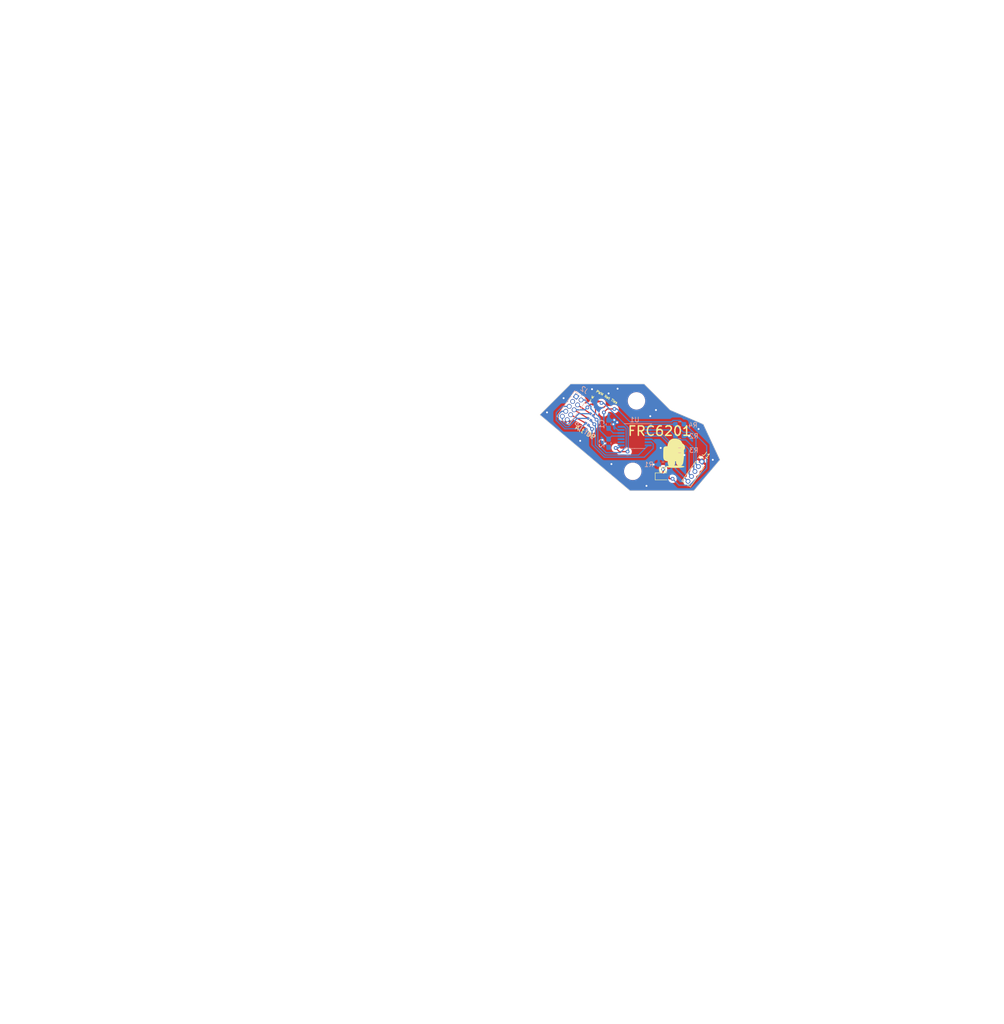
<source format=kicad_pcb>
(kicad_pcb (version 20221018) (generator pcbnew)
  (layers (0 "F.Cu" signal) (31 "B.Cu" signal) (34 "B.Paste" user) (35 "F.Paste" user) (36 "B.SilkS" user "B.Silkscreen") (37 "F.SilkS" user "F.Silkscreen") (38 "B.Mask" user) (39 "F.Mask" user) (44 "Edge.Cuts" user))
  (net 0 "")
  (net 1 "GND")
  (net 2 "/CS")
  (net 3 "/5v")
  (net 4 "Net-(D1-K)")
  (net 5 "/CLK")
  (net 6 "/MOSI")
  (net 7 "Net-(J1-Pin_4)")
  (net 8 "/w_pwm")
  (net 9 "/3v3")
  (net 11 "/i_alt")
  (net 12 "/b_def")
  (net 13 "/a_alt")
  (net 14 "/a_def")
  (net 15 "/b_alt")
  (net 18 "/i_def")
  (net 19 "/i_norm")
  (net 20 "/a_norm")
  (net 21 "/b_norm")
  (footprint "LED_SMD:LED_0603_1608Metric_Pad1.05x0.95mm_HandSolder" (layer "F.Cu") (at 6 8.5)
    (fp_text reference "D1")
    (fp_text value "LED")
  )
  (footprint "Library:Jumper" (layer "F.Cu") (at -9.5 -3.5 145)
    (fp_text reference "NT2" hide)
    (fp_text value "NetTie_2")
  )
  (footprint "Library:Jumper" (layer "F.Cu") (at -9 -4.5 145)
    (fp_text reference "NT1" hide)
    (fp_text value "NetTie_2")
  )
  (footprint "Connector_PinHeader_1.27mm:PinHeader_1x05_P1.27mm_Vertical" (layer "F.Cu") (at 14.185326 5.379031 -35)
    (fp_text reference "J1")
    (fp_text value "Conn_01x05")
  )
  (footprint "Library:Jumper" (layer "F.Cu") (at -8 -7.5 145)
    (fp_text reference "NT7" hide)
    (fp_text value "NetTie_2")
  )
  (footprint "MountingHole:MountingHole_3.2mm_M3" (layer "F.Cu") (at -0.389496 7.432001)
    (fp_text reference "REF**" hide)
    (fp_text value "MountingHole_3.2mm_M3")
  )
  (footprint "Library:Jumper" (layer "F.Cu") (at -10 -2.5 145)
    (fp_text reference "NT3" hide)
    (fp_text value "NetTie_2")
  )
  (footprint "Library:Jumper" (layer "F.Cu") (at -8.5 -6.5 145)
    (fp_text reference "NT8" hide)
    (fp_text value "NetTie_2")
  )
  (footprint "MountingHole:MountingHole_3.2mm_M3" (layer "F.Cu") (at 0.389496 -7.432001)
    (fp_text reference "REF**" hide)
    (fp_text value "MountingHole_3.2mm_M3")
  )
  (footprint "Capacitor_SMD:C_0603_1608Metric_Pad1.08x0.95mm_HandSolder" (layer "B.Cu") (at -5.5 -2.5 -90)
    (fp_text reference "C1")
    (fp_text value "1u")
  )
  (footprint "Resistor_SMD:R_0603_1608Metric_Pad0.98x0.95mm_HandSolder" (layer "B.Cu") (at 9.5 3 180)
    (fp_text reference "R3")
    (fp_text value "1k")
  )
  (footprint "Connector_PinSocket_1.27mm:PinSocket_2x05_P1.27mm_Vertical" (layer "B.Cu") (at -12.354997 -8.349411 145)
    (fp_text reference "J2")
    (fp_text value "Conn_02x05_Odd_Even")
  )
  (footprint "Package_SO:TSSOP-14_4.4x5mm_P0.65mm" (layer "B.Cu") (at 0 0 180)
    (fp_text reference "U1")
    (fp_text value "AS5047D")
  )
  (footprint "Resistor_SMD:R_0603_1608Metric_Pad0.98x0.95mm_HandSolder" (layer "B.Cu") (at 6 6 180)
    (fp_text reference "R1")
    (fp_text value "1k")
  )
  (footprint "Library:Jumper" (layer "B.Cu") (at -9 -4.5 145)
    (fp_text reference "NT4" hide)
    (fp_text value "NetTie_2")
  )
  (footprint "Library:Jumper" (layer "B.Cu") (at -10 -2.5 145)
    (fp_text reference "NT6" hide)
    (fp_text value "NetTie_2")
  )
  (footprint "Library:Jumper" (layer "B.Cu") (at -9.5 -3.5 145)
    (fp_text reference "NT5" hide)
    (fp_text value "NetTie_2")
  )
  (footprint "Capacitor_SMD:C_0603_1608Metric_Pad1.08x0.95mm_HandSolder" (layer "B.Cu") (at -5.5 1.5 -90)
    (fp_text reference "C2")
    (fp_text value "100n")
  )
  (footprint "Resistor_SMD:R_0603_1608Metric_Pad0.98x0.95mm_HandSolder" (layer "B.Cu") (at 9.5 0 180)
    (fp_text reference "R2")
    (fp_text value "1k")
  )
  (footprint "Resistor_SMD:R_0603_1608Metric_Pad0.98x0.95mm_HandSolder" (layer "B.Cu") (at 9.5 -2.5 180)
    (fp_text reference "R4")
    (fp_text value "1k")
  )
  (gr_line (start -8.3 -7.7) (end -7.7 -7.3) (stroke (width 0.2)) (layer "F.Cu"))
  (gr_poly (pts (xy 7.475745 1.665279) (xy 7.462186 1.885688) (xy 7.456611 2.106485) (xy 7.459013 2.327367) (xy 7.469383 2.548032) (xy 7.487714 2.768177) (xy 7.513998 2.987501) (xy 7.548227 3.205701) (xy 7.571719 3.328907) (xy 7.599242 3.451795) (xy 7.614845 3.512807) (xy 7.63185 3.573365) (xy 7.65039 3.633343) (xy 7.670597 3.692617) (xy 7.692602 3.751062) (xy 7.716537 3.808552) (xy 7.742534 3.864963) (xy 7.770725 3.920169) (xy 7.801241 3.974046) (xy 7.834215 4.026469) (xy 7.869777 4.077312) (xy 7.908061 4.126451) (xy 7.93981 4.163305) (xy 7.973119 4.198576) (xy 8.044118 4.264316) (xy 8.120456 4.323564) (xy 8.201531 4.376213) (xy 8.286741 4.422158) (xy 8.375486 4.461291) (xy 8.467162 4.493506) (xy 8.561168 4.518696) (xy 8.656903 4.536754) (xy 8.753765 4.547575) (xy 8.851152 4.551051) (xy 8.948462 4.547076) (xy 9.045094 4.535544) (xy 9.140447 4.516347) (xy 9.233917 4.489379) (xy 9.324904 4.454534) (xy 9.392123 4.422919) (xy 9.457033 4.387242) (xy 9.519529 4.347708) (xy 9.579504 4.304518) (xy 9.636851 4.257874) (xy 9.691463 4.20798) (xy 9.743235 4.155037) (xy 9.792059 4.099249) (xy 9.837829 4.040817) (xy 9.880439 3.979944) (xy 9.919781 3.916834) (xy 9.95575 3.851687) (xy 9.988237 3.784708) (xy 10.017138 3.716097) (xy 10.042346 3.646059) (xy 10.063753 3.574795) (xy 10.064308 3.807751) (xy 10.059506 4.040699) (xy 10.049324 4.273508) (xy 10.03374 4.506045) (xy 10.012729 4.738179) (xy 9.98627 4.969779) (xy 9.954338 5.200712) (xy 9.91691 5.430846) (xy 9.907246 5.484508) (xy 9.896777 5.537062) (xy 9.891085 5.56279) (xy 9.885005 5.588081) (xy 9.878476 5.612881) (xy 9.871435 5.637138) (xy 9.86382 5.660799) (xy 9.85557 5.683809) (xy 9.846622 5.706115) (xy 9.836915 5.727665) (xy 9.826386 5.748405) (xy 9.814973 5.768281) (xy 9.802615 5.787241) (xy 9.789249 5.805231) (xy 9.779046 5.81736) (xy 9.768055 5.82893) (xy 9.75631 5.839927) (xy 9.743846 5.850334) (xy 9.730695 5.860137) (xy 9.716893 5.86932) (xy 9.702472 5.877868) (xy 9.687467 5.885764) (xy 9.671912 5.892993) (xy 9.65584 5.899541) (xy 9.639285 5.905391) (xy 9.622282 5.910527) (xy 9.604865 5.914935) (xy 9.587066 5.918599) (xy 9.568921 5.921503) (xy 9.550462 5.923632) (xy 9.529752 5.925108) (xy 9.509079 5.925578) (xy 9.488497 5.92506) (xy 9.468059 5.92357) (xy 9.447819 5.921128) (xy 9.42783 5.917749) (xy 9.408146 5.913452) (xy 9.388818 5.908253) (xy 9.369902 5.902171) (xy 9.35145 5.895223) (xy 9.333515 5.887426) (xy 9.316151 5.878798) (xy 9.299411 5.869356) (xy 9.283348 5.859117) (xy 9.268016 5.848099) (xy 9.253467 5.83632) (xy 9.228839 5.812907) (xy 9.206322 5.787213) (xy 9.18595 5.759451) (xy 9.167757 5.729835) (xy 9.151777 5.69858) (xy 9.138044 5.6659) (xy 9.126592 5.632008) (xy 9.117455 5.59712) (xy 9.110667 5.561448) (xy 9.106261 5.525208) (xy 9.104271 5.488613) (xy 9.104732 5.451878) (xy 9.107678 5.415216) (xy 9.113141 5.378842) (xy 9.121157 5.34297) (xy 9.131759 5.307814) (xy 9.159509 5.302724) (xy 9.186568 5.295967) (xy 9.212925 5.287663) (xy 9.238565 5.277933) (xy 9.263477 5.266895) (xy 9.287649 5.254669) (xy 9.311068 5.241377) (xy 9.333721 5.227137) (xy 9.355596 5.21207) (xy 9.37668 5.196295) (xy 9.396961 5.179933) (xy 9.416427 5.163102) (xy 9.435065 5.145924) (xy 9.452863 5.128518) (xy 9.485887 5.093502) (xy 9.5154 5.059013) (xy 9.541301 5.02601) (xy 9.563491 4.995453) (xy 9.581871 4.9683) (xy 9.606798 4.928047) (xy 9.615285 4.912924) (xy 9.464302 4.923145) (xy 9.288855 4.931569) (xy 8.910335 4.943516) (xy 8.571255 4.949759) (xy 8.363144 4.951288) (xy 8.349915 4.951288) (xy 8.342078 4.951762) (xy 8.334321 4.952559) (xy 8.326653 4.953673) (xy 8.319081 4.955098) (xy 8.311612 4.956828) (xy 8.304254 4.958856) (xy 8.297013 4.961177) (xy 8.289898 4.963784) (xy 8.282916 4.96667) (xy 8.276073 4.969831) (xy 8.269379 4.97326) (xy 8.262839 4.976949) (xy 8.256461 4.980895) (xy 8.250254 4.985089) (xy 8.244223 4.989526) (xy 8.238377 4.9942) (xy 8.232722 4.999105) (xy 8.227267 5.004234) (xy 8.222018 5.009582) (xy 8.216984 5.015141) (xy 8.212171 5.020906) (xy 8.207586 5.026871) (xy 8.203238 5.03303) (xy 8.199133 5.039376) (xy 8.19528 5.045903) (xy 8.191684 5.052605) (xy 8.188355 5.059476) (xy 8.185298 5.06651) (xy 8.182522 5.0737) (xy 8.180034 5.081041) (xy 8.177842 5.088525) (xy 8.175951 5.096148) (xy 8.170484 5.122918) (xy 8.165944 5.149634) (xy 8.162269 5.176275) (xy 8.159394 5.202818) (xy 8.157256 5.229241) (xy 8.15579 5.255522) (xy 8.154932 5.281638) (xy 8.15462 5.307567) (xy 8.155371 5.358774) (xy 8.157534 5.408966) (xy 8.164045 5.505591) (xy 8.169936 5.586206) (xy 8.171975 5.625444) (xy 8.172975 5.663844) (xy 8.172611 5.701315) (xy 8.171815 5.719672) (xy 8.170556 5.737762) (xy 8.168794 5.755573) (xy 8.166487 5.773094) (xy 8.163595 5.790311) (xy 8.160076 5.807215) (xy 8.156492 5.821536) (xy 8.152323 5.835713) (xy 8.142292 5.86358) (xy 8.13011 5.890697) (xy 8.115903 5.916945) (xy 8.099798 5.942205) (xy 8.081918 5.966357) (xy 8.062392 5.989282) (xy 8.041345 6.010862) (xy 8.018902 6.030977) (xy 7.99519 6.049507) (xy 7.970335 6.066334) (xy 7.944462 6.081338) (xy 7.917698 6.094401) (xy 7.890168 6.105403) (xy 7.861999 6.114225) (xy 7.847714 6.117781) (xy 7.833316 6.120747) (xy 7.819499 6.123006) (xy 7.805593 6.124704) (xy 7.79162 6.12585) (xy 7.777599 6.126452) (xy 7.76355 6.126519) (xy 7.749496 6.126061) (xy 7.735454 6.125085) (xy 7.721447 6.1236) (xy 7.707494 6.121615) (xy 7.693615 6.119139) (xy 7.679832 6.11618) (xy 7.666163 6.112748) (xy 7.652631 6.10885) (xy 7.639254 6.104496) (xy 7.626054 6.099695) (xy 7.61305 6.094454) (xy 7.600264 6.088783) (xy 7.587715 6.082691) (xy 7.575423 6.076186) (xy 7.56341 6.069277) (xy 7.551695 6.061973) (xy 7.540299 6.054282) (xy 7.529242 6.046213) (xy 7.518545 6.037775) (xy 7.508227 6.028977) (xy 7.498309 6.019827) (xy 7.488812 6.010334) (xy 7.479756 6.000506) (xy 7.471161 5.990353) (xy 7.463048 5.979884) (xy 7.455437 5.969106) (xy 7.448347 5.958028) (xy 7.439068 5.941692) (xy 7.430546 5.924693) (xy 7.422731 5.907053) (xy 7.415574 5.888792) (xy 7.409026 5.869931) (xy 7.403036 5.850488) (xy 7.397556 5.830486) (xy 7.392537 5.809944) (xy 7.383681 5.767323) (xy 7.376073 5.722787) (xy 7.369317 5.676499) (xy 7.363019 5.628622) (xy 7.319177 5.244363) (xy 7.284388 4.858778) (xy 7.258653 4.472216) (xy 7.241972 4.085027) (xy 7.234345 3.697558) (xy 7.235771 3.310159) (xy 7.246251 2.923179) (xy 7.265785 2.536966) (xy 7.27538 2.396634) (xy 7.287727 2.255557) (xy 7.304213 2.114667) (xy 7.314442 2.044582) (xy 7.326226 1.974892) (xy 7.339738 1.905714) (xy 7.355153 1.837164) (xy 7.372643 1.769358) (xy 7.392382 1.702413) (xy 7.414543 1.636444) (xy 7.4393 1.571568) (xy 7.466826 1.507901) (xy 7.497295 1.44556)) (fill solid) (layer "F.SilkS"))
  (gr_poly (pts (xy 6.884454 2.718619) (xy 6.875524 2.918628) (xy 6.867927 3.168026) (xy 6.86398 3.417595) (xy 6.863676 3.667257) (xy 6.867008 3.916934) (xy 6.873968 4.166549) (xy 6.884547 4.416025) (xy 6.898739 4.665284) (xy 6.916535 4.914248) (xy 6.889638 4.914696) (xy 6.863054 4.914518) (xy 6.836832 4.913659) (xy 6.811022 4.912067) (xy 6.785673 4.909688) (xy 6.760835 4.906469) (xy 6.736557 4.902357) (xy 6.712888 4.897298) (xy 6.689879 4.891239) (xy 6.667577 4.884127) (xy 6.646033 4.875908) (xy 6.625297 4.86653) (xy 6.605417 4.855938) (xy 6.586443 4.84408) (xy 6.568424 4.830903) (xy 6.55141 4.816352) (xy 6.530438 4.794742) (xy 6.511598 4.770936) (xy 6.494774 4.74508) (xy 6.479848 4.717319) (xy 6.466706 4.687799) (xy 6.45523 4.656664) (xy 6.445304 4.62406) (xy 6.436812 4.590133) (xy 6.429638 4.555028) (xy 6.423666 4.518889) (xy 6.418778 4.481864) (xy 6.41486 4.444096) (xy 6.409465 4.366914) (xy 6.406551 4.288508) (xy 6.403247 4.120436) (xy 6.402075 3.951743) (xy 6.40498 3.61349) (xy 6.412969 3.275733) (xy 6.423748 2.940456) (xy 6.425123 2.909698) (xy 6.426312 2.878941) (xy 6.428379 2.817425) (xy 6.429509 2.787002) (xy 6.431221 2.754121) (xy 6.433971 2.720047) (xy 6.435879 2.702957) (xy 6.438218 2.686043) (xy 6.441045 2.669461) (xy 6.444418 2.653372) (xy 6.448393 2.637931) (xy 6.453028 2.623297) (xy 6.45838 2.609629) (xy 6.464507 2.597083) (xy 6.467878 2.591281) (xy 6.471465 2.585818) (xy 6.475273 2.580716) (xy 6.479311 2.575993) (xy 6.488064 2.567448) (xy 6.497956 2.559881) (xy 6.508995 2.553231) (xy 6.521189 2.547436) (xy 6.534547 2.542436) (xy 6.549074 2.538169) (xy 6.56478 2.534575) (xy 6.581672 2.531592) (xy 6.599757 2.52916) (xy 6.619044 2.527216) (xy 6.661253 2.524554) (xy 6.708361 2.523116) (xy 6.760431 2.522414) (xy 6.826907 2.521505) (xy 6.86089 2.520647) (xy 6.878067 2.519982) (xy 6.895368 2.519107)) (fill solid) (layer "F.SilkS"))
  (gr_poly (pts (xy 8.292383 0.899863) (xy 8.325357 0.901915) (xy 8.358514 0.90581) (xy 8.375832 0.908078) (xy 8.392818 0.90994) (xy 8.40948 0.911424) (xy 8.425827 0.912559) (xy 8.457612 0.913891) (xy 8.488242 0.914161) (xy 8.517787 0.913594) (xy 8.546316 0.912414) (xy 8.600607 0.909117) (xy 8.650744 0.906058) (xy 8.674289 0.905164) (xy 8.697098 0.904983) (xy 8.708291 0.905228) (xy 8.719379 0.905732) (xy 8.730388 0.906524) (xy 8.741343 0.907629) (xy 8.752271 0.909075) (xy 8.763198 0.91089) (xy 8.774151 0.9131) (xy 8.785154 0.915732) (xy 8.854763 0.933975) (xy 8.926169 0.953776) (xy 8.99863 0.975577) (xy 9.0714 0.99982) (xy 9.10767 1.012995) (xy 9.143737 1.026946) (xy 9.17951 1.041729) (xy 9.214896 1.057398) (xy 9.2498 1.074009) (xy 9.284132 1.091616) (xy 9.317796 1.110277) (xy 9.350701 1.130044) (xy 9.36217 1.137506) (xy 9.373745 1.145489) (xy 9.385407 1.153975) (xy 9.397138 1.162942) (xy 9.408919 1.17237) (xy 9.420732 1.182239) (xy 9.432558 1.192528) (xy 9.44438 1.203218) (xy 9.456179 1.214288) (xy 9.467935 1.225717) (xy 9.479632 1.237485) (xy 9.491251 1.249572) (xy 9.502772 1.261957) (xy 9.514178 1.274621) (xy 9.525451 1.287542) (xy 9.536571 1.300701) (xy 9.480405 1.288525) (xy 9.423809 1.278048) (xy 9.366836 1.269281) (xy 9.309536 1.262233) (xy 9.251961 1.256913) (xy 9.194162 1.253331) (xy 9.13619 1.251498) (xy 9.078098 1.251422) (xy 9.019936 1.253113) (xy 8.961755 1.256582) (xy 8.903607 1.261837) (xy 8.845544 1.268889) (xy 8.787616 1.277746) (xy 8.729875 1.28842) (xy 8.672372 1.300919) (xy 8.61516 1.315253) (xy 8.535711 1.33687) (xy 8.492558 1.349586) (xy 8.447759 1.363922) (xy 8.401793 1.380137) (xy 8.355141 1.398492) (xy 8.308281 1.419248) (xy 8.261693 1.442666) (xy 8.215857 1.469006) (xy 8.171253 1.49853) (xy 8.149562 1.514566) (xy 8.12836 1.531496) (xy 8.107705 1.549353) (xy 8.087657 1.568167) (xy 8.068277 1.587974) (xy 8.049625 1.608803) (xy 8.03176 1.63069) (xy 8.014743 1.653665) (xy 7.998633 1.677762) (xy 7.983491 1.703012) (xy 7.969375 1.72945) (xy 7.956347 1.757107) (xy 7.934675 1.809572) (xy 7.915549 1.862952) (xy 7.898973 1.917125) (xy 7.884951 1.971967) (xy 7.873487 2.027356) (xy 7.864586 2.083168) (xy 7.858249 2.139281) (xy 7.854483 2.195571) (xy 7.85329 2.251915) (xy 7.854674 2.308191) (xy 7.85864 2.364274) (xy 7.86519 2.420043) (xy 7.87433 2.475374) (xy 7.886062 2.530144) (xy 7.900391 2.584229) (xy 7.917321 2.637508) (xy 7.942864 2.704616) (xy 7.972495 2.769898) (xy 8.006038 2.833188) (xy 8.043319 2.894319) (xy 8.084161 2.953125) (xy 8.12839 3.009439) (xy 8.17583 3.063094) (xy 8.226305 3.113923) (xy 8.279641 3.161761) (xy 8.335662 3.20644) (xy 8.394192 3.247793) (xy 8.455056 3.285654) (xy 8.518079 3.319857) (xy 8.583086 3.350234) (xy 8.6499 3.37662) (xy 8.718347 3.398846) (xy 8.762907 3.41072) (xy 8.808295 3.421036) (xy 8.854537 3.429786) (xy 8.901654 3.436963) (xy 8.94967 3.442558) (xy 8.998609 3.446565) (xy 9.048494 3.448974) (xy 9.099347 3.449779) (xy 9.155226 3.44885) (xy 9.21226 3.446068) (xy 9.270488 3.441442) (xy 9.329948 3.434979) (xy 9.390679 3.426686) (xy 9.452721 3.416572) (xy 9.516111 3.404643) (xy 9.580889 3.390909) (xy 9.648714 3.37475) (xy 9.713842 3.357505) (xy 9.776365 3.339145) (xy 9.836377 3.319637) (xy 9.893971 3.298951) (xy 9.949239 3.277056) (xy 10.002274 3.25392) (xy 10.05317 3.229513) (xy 10.05687 3.315834) (xy 10.05995 3.402154) (xy 10.062286 3.488474) (xy 10.063753 3.574795) (xy 10.064308 3.807751) (xy 10.059506 4.040699) (xy 10.049324 4.273508) (xy 10.03374 4.506045) (xy 10.012729 4.738179) (xy 9.98627 4.969779) (xy 9.954338 5.200712) (xy 9.91691 5.430846) (xy 9.907246 5.484508) (xy 9.896777 5.537062) (xy 9.891085 5.56279) (xy 9.885005 5.588081) (xy 9.878476 5.612881) (xy 9.871435 5.637138) (xy 9.86382 5.660799) (xy 9.85557 5.683809) (xy 9.846622 5.706115) (xy 9.836915 5.727665) (xy 9.826386 5.748405) (xy 9.814973 5.768281) (xy 9.802615 5.787241) (xy 9.789249 5.805231) (xy 9.779046 5.81736) (xy 9.768055 5.82893) (xy 9.75631 5.839927) (xy 9.743846 5.850334) (xy 9.730695 5.860137) (xy 9.716893 5.86932) (xy 9.702472 5.877868) (xy 9.687467 5.885764) (xy 9.671912 5.892993) (xy 9.65584 5.899541) (xy 9.639285 5.90539) (xy 9.622282 5.910527) (xy 9.604865 5.914935) (xy 9.587066 5.918599) (xy 9.568921 5.921503) (xy 9.550462 5.923632) (xy 9.529752 5.925108) (xy 9.509079 5.925578) (xy 9.488497 5.92506) (xy 9.468059 5.92357) (xy 9.447819 5.921128) (xy 9.42783 5.917749) (xy 9.408146 5.913452) (xy 9.388818 5.908253) (xy 9.369902 5.902171) (xy 9.35145 5.895223) (xy 9.333515 5.887426) (xy 9.316151 5.878798) (xy 9.299411 5.869356) (xy 9.283348 5.859117) (xy 9.268016 5.848099) (xy 9.253467 5.83632) (xy 9.228839 5.812907) (xy 9.206322 5.787213) (xy 9.18595 5.759451) (xy 9.167757 5.729835) (xy 9.151777 5.69858) (xy 9.138044 5.6659) (xy 9.126592 5.632008) (xy 9.117455 5.59712) (xy 9.110667 5.561448) (xy 9.106261 5.525208) (xy 9.104271 5.488613) (xy 9.104732 5.451878) (xy 9.107678 5.415216) (xy 9.113141 5.378842) (xy 9.121157 5.34297) (xy 9.131759 5.307814) (xy 9.159509 5.302724) (xy 9.186568 5.295967) (xy 9.212925 5.287663) (xy 9.238565 5.277933) (xy 9.263477 5.266895) (xy 9.287649 5.254669) (xy 9.311068 5.241377) (xy 9.333721 5.227137) (xy 9.355596 5.21207) (xy 9.37668 5.196295) (xy 9.396961 5.179933) (xy 9.416427 5.163102) (xy 9.435065 5.145924) (xy 9.452863 5.128518) (xy 9.485887 5.093502) (xy 9.5154 5.059013) (xy 9.541301 5.02601) (xy 9.563491 4.995453) (xy 9.581871 4.9683) (xy 9.606798 4.928047) (xy 9.615285 4.912924) (xy 9.464302 4.923145) (xy 9.288855 4.931569) (xy 8.910335 4.943516) (xy 8.571255 4.949759) (xy 8.363144 4.951288) (xy 8.349915 4.951288) (xy 8.342078 4.951762) (xy 8.334321 4.952559) (xy 8.326653 4.953673) (xy 8.319081 4.955098) (xy 8.311612 4.956828) (xy 8.304254 4.958856) (xy 8.297013 4.961177) (xy 8.289898 4.963784) (xy 8.282916 4.96667) (xy 8.276073 4.969831) (xy 8.269379 4.97326) (xy 8.262839 4.976949) (xy 8.256461 4.980895) (xy 8.250254 4.985089) (xy 8.244223 4.989526) (xy 8.238377 4.9942) (xy 8.232722 4.999105) (xy 8.227267 5.004234) (xy 8.222018 5.009582) (xy 8.216984 5.015141) (xy 8.212171 5.020906) (xy 8.207586 5.026871) (xy 8.203238 5.03303) (xy 8.199133 5.039376) (xy 8.19528 5.045903) (xy 8.191684 5.052605) (xy 8.188355 5.059476) (xy 8.185298 5.06651) (xy 8.182522 5.0737) (xy 8.180034 5.081041) (xy 8.177842 5.088525) (xy 8.175951 5.096148) (xy 8.170484 5.122918) (xy 8.165944 5.149634) (xy 8.162269 5.176275) (xy 8.159394 5.202818) (xy 8.157256 5.229241) (xy 8.15579 5.255522) (xy 8.154932 5.281638) (xy 8.15462 5.307567) (xy 8.155371 5.358774) (xy 8.157534 5.408966) (xy 8.164045 5.505591) (xy 8.169936 5.586206) (xy 8.171975 5.625444) (xy 8.172975 5.663844) (xy 8.172611 5.701315) (xy 8.171815 5.719672) (xy 8.170556 5.737762) (xy 8.168794 5.755573) (xy 8.166487 5.773094) (xy 8.163595 5.790311) (xy 8.160076 5.807215) (xy 8.156492 5.821536) (xy 8.152323 5.835713) (xy 8.142292 5.86358) (xy 8.13011 5.890697) (xy 8.115903 5.916945) (xy 8.099798 5.942205) (xy 8.081918 5.966357) (xy 8.062392 5.989282) (xy 8.041345 6.010862) (xy 8.018902 6.030977) (xy 7.99519 6.049507) (xy 7.970335 6.066334) (xy 7.944462 6.081338) (xy 7.917698 6.094401) (xy 7.890168 6.105403) (xy 7.861999 6.114225) (xy 7.847714 6.117781) (xy 7.833316 6.120747) (xy 7.819499 6.123006) (xy 7.805593 6.124704) (xy 7.79162 6.12585) (xy 7.777599 6.126452) (xy 7.76355 6.126519) (xy 7.749496 6.126061) (xy 7.735454 6.125085) (xy 7.721447 6.1236) (xy 7.707494 6.121615) (xy 7.693615 6.119139) (xy 7.679832 6.11618) (xy 7.666163 6.112748) (xy 7.652631 6.10885) (xy 7.639254 6.104496) (xy 7.626054 6.099695) (xy 7.61305 6.094454) (xy 7.600264 6.088783) (xy 7.587715 6.082691) (xy 7.575423 6.076186) (xy 7.56341 6.069277) (xy 7.551695 6.061973) (xy 7.540299 6.054282) (xy 7.529242 6.046213) (xy 7.518545 6.037775) (xy 7.508227 6.028977) (xy 7.498309 6.019827) (xy 7.488812 6.010334) (xy 7.479756 6.000506) (xy 7.471161 5.990353) (xy 7.463048 5.979884) (xy 7.455437 5.969106) (xy 7.448347 5.958028) (xy 7.439068 5.941692) (xy 7.430546 5.924693) (xy 7.422731 5.907053) (xy 7.415574 5.888792) (xy 7.409026 5.869931) (xy 7.403036 5.850488) (xy 7.397556 5.830486) (xy 7.392537 5.809944) (xy 7.383681 5.767323) (xy 7.376073 5.722787) (xy 7.369317 5.676499) (xy 7.363019 5.628622) (xy 7.319177 5.244363) (xy 7.284388 4.858778) (xy 7.258653 4.472216) (xy 7.241972 4.085027) (xy 7.234345 3.697558) (xy 7.235771 3.310159) (xy 7.246251 2.923179) (xy 7.265785 2.536966) (xy 7.275381 2.396634) (xy 7.287737 2.255557) (xy 7.304248 2.114667) (xy 7.314497 2.044582) (xy 7.326308 1.974892) (xy 7.339856 1.905714) (xy 7.355314 1.837164) (xy 7.372858 1.769358) (xy 7.392661 1.702413) (xy 7.414898 1.636444) (xy 7.439743 1.571568) (xy 7.467371 1.507901) (xy 7.497956 1.44556) (xy 7.500715 1.439913) (xy 7.503527 1.434367) (xy 7.506386 1.428898) (xy 7.509284 1.423484) (xy 7.521108 1.401904) (xy 7.552124 1.350528) (xy 7.586987 1.299658) (xy 7.625482 1.249766) (xy 7.667393 1.201327) (xy 7.712506 1.154814) (xy 7.760605 1.110701) (xy 7.811475 1.069461) (xy 7.864901 1.03157) (xy 7.920667 0.9975) (xy 7.97856 0.967725) (xy 8.038364 0.942719) (xy 8.068915 0.932153) (xy 8.099863 0.922956) (xy 8.131181 0.915189) (xy 8.162843 0.90891) (xy 8.19482 0.904179) (xy 8.227088 0.901054) (xy 8.259618 0.899596)) (fill solid) (layer "F.SilkS"))
  (gr_poly (pts (xy 6.7 2.9) (xy 6.729222 2.901577) (xy 6.758529 2.9039) (xy 6.787867 2.906902) (xy 6.817182 2.910514) (xy 6.875525 2.91929) (xy 6.867928 3.168469) (xy 6.86399 3.417874) (xy 6.863711 3.667418) (xy 6.867091 3.917017) (xy 6.874129 4.166584) (xy 6.884826 4.416035) (xy 6.899182 4.665285) (xy 6.917196 4.914248) (xy 6.890299 4.914696) (xy 6.863715 4.914518) (xy 6.837493 4.913659) (xy 6.811683 4.912067) (xy 6.786335 4.909688) (xy 6.761497 4.906469) (xy 6.737219 4.902357) (xy 6.71355 4.897298) (xy 6.69054 4.891239) (xy 6.668239 4.884127) (xy 6.646695 4.875908) (xy 6.625958 4.86653) (xy 6.606078 4.855938) (xy 6.587104 4.84408) (xy 6.569085 4.830903) (xy 6.552071 4.816352) (xy 6.541254 4.80583) (xy 6.530991 4.794742) (xy 6.521268 4.783104) (xy 6.51207 4.770936) (xy 6.503382 4.758255) (xy 6.49519 4.74508) (xy 6.480231 4.717319) (xy 6.467074 4.687799) (xy 6.455601 4.656664) (xy 6.445691 4.62406) (xy 6.437226 4.590133) (xy 6.430086 4.555028) (xy 6.424153 4.518889) (xy 6.419307 4.481864) (xy 6.415429 4.444096) (xy 6.412399 4.405731) (xy 6.410099 4.366914) (xy 6.407212 4.288508) (xy 6.403909 4.120436) (xy 6.402737 3.951743) (xy 6.405641 3.61349) (xy 6.41363 3.275733) (xy 6.42441 2.940456) (xy 6.449795 2.930779) (xy 6.475807 2.922536) (xy 6.502394 2.91566) (xy 6.529499 2.910081) (xy 6.55707 2.905731) (xy 6.585051 2.90254) (xy 6.613389 2.900441) (xy 6.64203 2.899363) (xy 6.670918 2.899239)) (fill solid) (layer "F.SilkS"))
  (gr_poly (pts (xy 9.453972 1.812422) (xy 9.49241 1.814533) (xy 9.530717 1.818324) (xy 9.568818 1.823792) (xy 9.606634 1.830932) (xy 9.64409 1.839743) (xy 9.681109 1.850222) (xy 9.717614 1.862365) (xy 9.753529 1.87617) (xy 9.763732 1.880559) (xy 9.773944 1.885298) (xy 9.784082 1.890398) (xy 9.794064 1.895869) (xy 9.803805 1.901719) (xy 9.813223 1.907958) (xy 9.822234 1.914597) (xy 9.830754 1.921645) (xy 9.838701 1.929111) (xy 9.845991 1.937006) (xy 9.852541 1.945338) (xy 9.855512 1.949672) (xy 9.858267 1.954118) (xy 9.860795 1.958679) (xy 9.863086 1.963356) (xy 9.86513 1.968149) (xy 9.866915 1.97306) (xy 9.868432 1.978091) (xy 9.869671 1.983242) (xy 9.87062 1.988514) (xy 9.871269 1.993909) (xy 9.871614 1.999947) (xy 9.871543 2.005901) (xy 9.871069 2.011766) (xy 9.870207 2.017536) (xy 9.86897 2.023205) (xy 9.867371 2.028768) (xy 9.865425 2.034218) (xy 9.863145 2.03955) (xy 9.860546 2.044758) (xy 9.857641 2.049836) (xy 9.854444 2.054779) (xy 9.850968 2.05958) (xy 9.847228 2.064233) (xy 9.843237 2.068734) (xy 9.839009 2.073076) (xy 9.834558 2.077253) (xy 9.829898 2.08126) (xy 9.825042 2.08509) (xy 9.820005 2.088738) (xy 9.814799 2.092198) (xy 9.80944 2.095464) (xy 9.80394 2.098531) (xy 9.798314 2.101392) (xy 9.792576 2.104042) (xy 9.786738 2.106475) (xy 9.780816 2.108685) (xy 9.774822 2.110667) (xy 9.768771 2.112414) (xy 9.762676 2.11392) (xy 9.756552 2.115181) (xy 9.750411 2.11619) (xy 9.744269 2.116941) (xy 9.732122 2.11785) (xy 9.71999 2.118137) (xy 9.707871 2.117862) (xy 9.695765 2.117085) (xy 9.683671 2.115867) (xy 9.671587 2.114266) (xy 9.659513 2.112344) (xy 9.647448 2.110161) (xy 9.623339 2.105249) (xy 9.599254 2.100011) (xy 9.575185 2.094929) (xy 9.551123 2.090482) (xy 9.537164 2.088542) (xy 9.523194 2.087275) (xy 9.495218 2.086559) (xy 9.467193 2.087926) (xy 9.439119 2.090968) (xy 9.410995 2.095278) (xy 9.382819 2.100447) (xy 9.32631 2.111731) (xy 9.297974 2.117031) (xy 9.269583 2.121559) (xy 9.241136 2.124907) (xy 9.212632 2.126666) (xy 9.18407 2.126429) (xy 9.169766 2.125435) (xy 9.155448 2.123789) (xy 9.141115 2.12144) (xy 9.126767 2.118337) (xy 9.112403 2.114428) (xy 9.098024 2.109664) (xy 9.089289 2.106157) (xy 9.080728 2.102099) (xy 9.072392 2.097514) (xy 9.064331 2.092425) (xy 9.056596 2.086856) (xy 9.049237 2.080829) (xy 9.042304 2.074368) (xy 9.035847 2.067496) (xy 9.029918 2.060237) (xy 9.024566 2.052614) (xy 9.022123 2.048673) (xy 9.019842 2.044649) (xy 9.017732 2.040546) (xy 9.015797 2.036367) (xy 9.014044 2.032113) (xy 9.01248 2.02779) (xy 9.01111 2.023398) (xy 9.009942 2.018941) (xy 9.008981 2.014423) (xy 9.008233 2.009845) (xy 9.007706 2.005211) (xy 9.007404 2.000524) (xy 9.007446 1.993774) (xy 9.007934 1.987168) (xy 9.00885 1.980706) (xy 9.010181 1.974387) (xy 9.011909 1.968212) (xy 9.014019 1.962182) (xy 9.016495 1.956295) (xy 9.019321 1.950553) (xy 9.022481 1.944955) (xy 9.02596 1.939501) (xy 9.029742 1.934192) (xy 9.03381 1.929028) (xy 9.038149 1.924009) (xy 9.042743 1.919135) (xy 9.047575 1.914405) (xy 9.052632 1.909821) (xy 9.06335 1.90109) (xy 9.074771 1.89294) (xy 9.086768 1.885374) (xy 9.099213 1.878392) (xy 9.11198 1.871995) (xy 9.124941 1.866184) (xy 9.137971 1.860961) (xy 9.150941 1.856326) (xy 9.18767 1.8449) (xy 9.224881 1.835176) (xy 9.262497 1.827152) (xy 9.300441 1.820824) (xy 9.338637 1.81619) (xy 9.377009 1.813247) (xy 9.415479 1.811992)) (fill solid) (layer "F.SilkS"))
  (gr_poly (pts (xy 8.960534 6.194172) (xy 9.327807 6.209358) (xy 9.660162 6.233386) (xy 9.949733 6.26521) (xy 10.18865 6.30378) (xy 10.286655 6.325268) (xy 10.369047 6.348049) (xy 10.434841 6.371993) (xy 10.483054 6.396969) (xy 10.512704 6.422846) (xy 10.52026 6.436081) (xy 10.522806 6.449492) (xy 10.52026 6.462903) (xy 10.512704 6.476139) (xy 10.500261 6.489181) (xy 10.483054 6.502015) (xy 10.461207 6.514624) (xy 10.434841 6.526991) (xy 10.369047 6.550935) (xy 10.286655 6.573717) (xy 10.18865 6.595204) (xy 10.076015 6.615267) (xy 9.949733 6.633774) (xy 9.810787 6.650595) (xy 9.660162 6.665598) (xy 9.498841 6.678652) (xy 9.327807 6.689626) (xy 9.148043 6.69839) (xy 8.960534 6.704812) (xy 8.766263 6.708761) (xy 8.566212 6.710107) (xy 8.17189 6.704812) (xy 7.804618 6.689626) (xy 7.472262 6.665598) (xy 7.182691 6.633774) (xy 6.943774 6.595204) (xy 6.845769 6.573717) (xy 6.763377 6.550935) (xy 6.697583 6.526991) (xy 6.649369 6.502015) (xy 6.61972 6.476139) (xy 6.612164 6.462903) (xy 6.609618 6.449492) (xy 6.612164 6.436081) (xy 6.61972 6.422846) (xy 6.632163 6.409803) (xy 6.649369 6.396969) (xy 6.671217 6.384361) (xy 6.697583 6.371993) (xy 6.763377 6.348049) (xy 6.845769 6.325268) (xy 6.943774 6.30378) (xy 7.056409 6.283717) (xy 7.182691 6.26521) (xy 7.321637 6.248389) (xy 7.472262 6.233386) (xy 7.633583 6.220332) (xy 7.804618 6.209358) (xy 7.984381 6.200594) (xy 8.17189 6.194172) (xy 8.366162 6.190223) (xy 8.566212 6.188877)) (fill solid) (layer "F.SilkS"))
  (gr_poly (pts (xy 9.161855 1.621907) (xy 9.218858 1.625079) (xy 9.275572 1.630352) (xy 9.331922 1.637714) (xy 9.387835 1.647153) (xy 9.443234 1.658658) (xy 9.498047 1.672218) (xy 9.552198 1.687819) (xy 9.605613 1.705452) (xy 9.658216 1.725104) (xy 9.709934 1.746763) (xy 9.760692 1.770419) (xy 9.810415 1.796059) (xy 9.859028 1.823672) (xy 9.906458 1.853245) (xy 9.952628 1.884769) (xy 9.999201 1.919559) (xy 10.041101 1.954146) (xy 10.078571 1.9884) (xy 10.111854 2.022197) (xy 10.141191 2.055408) (xy 10.166825 2.087907) (xy 10.188997 2.119567) (xy 10.207951 2.150261) (xy 10.223929 2.179863) (xy 10.237172 2.208244) (xy 10.247923 2.235278) (xy 10.256424 2.260839) (xy 10.262917 2.284799) (xy 10.267646 2.307031) (xy 10.270851 2.327409) (xy 10.272775 2.345805) (xy 10.273612 2.356033) (xy 10.274139 2.366362) (xy 10.274356 2.376768) (xy 10.274263 2.387229) (xy 10.273859 2.39772) (xy 10.273146 2.40822) (xy 10.272123 2.418704) (xy 10.27079 2.429149) (xy 10.266849 2.453378) (xy 10.261493 2.477659) (xy 10.25475 2.501934) (xy 10.246647 2.526145) (xy 10.23721 2.550237) (xy 10.226467 2.574152) (xy 10.214445 2.597831) (xy 10.201171 2.62122) (xy 10.186673 2.644259) (xy 10.170977 2.666893) (xy 10.15411 2.689063) (xy 10.1361 2.710713) (xy 10.116974 2.731786) (xy 10.096759 2.752223) (xy 10.075482 2.771969) (xy 10.05317 2.790967) (xy 10.028196 2.810689) (xy 10.002113 2.829685) (xy 9.974884 2.847972) (xy 9.946468 2.865567) (xy 9.916828 2.882487) (xy 9.885924 2.898751) (xy 9.853718 2.914375) (xy 9.820171 2.929377) (xy 9.785244 2.943774) (xy 9.748899 2.957584) (xy 9.711096 2.970825) (xy 9.671798 2.983513) (xy 9.630964 2.995666) (xy 9.588558 3.007302) (xy 9.544538 3.018438) (xy 9.498868 3.029092) (xy 9.447499 3.040184) (xy 9.397542 3.049899) (xy 9.348951 3.058238) (xy 9.301681 3.065203) (xy 9.255686 3.070796) (xy 9.21092 3.075019) (xy 9.167339 3.077874) (xy 9.124896 3.079362) (xy 9.083546 3.079487) (xy 9.043243 3.078249) (xy 9.003942 3.07565) (xy 8.965598 3.071693) (xy 8.928164 3.06638) (xy 8.891596 3.059712) (xy 8.855847 3.051692) (xy 8.820873 3.042321) (xy 8.773524 3.026953) (xy 8.727304 3.008709) (xy 8.682334 2.987703) (xy 8.638734 2.964051) (xy 8.596627 2.937869) (xy 8.556133 2.909271) (xy 8.517374 2.878372) (xy 8.48047 2.845289) (xy 8.445543 2.810136) (xy 8.412713 2.773028) (xy 8.382103 2.734082) (xy 8.353832 2.693412) (xy 8.328022 2.651133) (xy 8.304795 2.607361) (xy 8.284271 2.562212) (xy 8.266571 2.5158) (xy 8.254834 2.479018) (xy 8.244921 2.441656) (xy 8.236826 2.403799) (xy 8.230542 2.365535) (xy 8.226065 2.326949) (xy 8.223388 2.288128) (xy 8.222505 2.249157) (xy 8.223411 2.210123) (xy 8.2261 2.171113) (xy 8.230566 2.132212) (xy 8.236803 2.093507) (xy 8.244805 2.055084) (xy 8.254567 2.017029) (xy 8.266083 1.979428) (xy 8.279347 1.942368) (xy 8.294352 1.905935) (xy 8.297709 1.898491) (xy 8.30136 1.891032) (xy 8.305352 1.883541) (xy 8.30749 1.87978) (xy 8.309731 1.876004) (xy 8.312081 1.872213) (xy 8.314545 1.868405) (xy 8.317129 1.864578) (xy 8.319839 1.860729) (xy 8.322681 1.856857) (xy 8.325661 1.852959) (xy 8.328784 1.849035) (xy 8.332056 1.845081) (xy 8.34145 1.835112) (xy 8.352109 1.825047) (xy 8.364167 1.814884) (xy 8.377758 1.804618) (xy 8.393016 1.794248) (xy 8.410074 1.783771) (xy 8.429066 1.773183) (xy 8.450126 1.762481) (xy 8.473387 1.751664) (xy 8.498983 1.740727) (xy 8.527049 1.729668) (xy 8.557716 1.718484) (xy 8.59112 1.707172) (xy 8.627394 1.69573) (xy 8.666672 1.684153) (xy 8.709087 1.67244) (xy 8.75807 1.660158) (xy 8.807262 1.649589) (xy 8.856624 1.64071) (xy 8.906119 1.633497) (xy 8.955706 1.627928) (xy 9.005348 1.623978) (xy 9.055005 1.621626) (xy 9.104639 1.620847)) (fill solid) (layer "F.SilkS"))
  (gr_poly (pts (xy 8.341096 1.860181) (xy 8.34987 1.877698) (xy 8.35839 1.89726) (xy 8.366669 1.918493) (xy 8.382553 1.964481) (xy 8.397623 2.012678) (xy 8.425724 2.103763) (xy 8.432398 2.123252) (xy 8.438957 2.140682) (xy 8.445413 2.15568) (xy 8.451779 2.167873) (xy 8.465527 2.189876) (xy 8.479967 2.211472) (xy 8.49508 2.232642) (xy 8.510845 2.253366) (xy 8.527242 2.273625) (xy 8.54425 2.2934) (xy 8.56185 2.312671) (xy 8.58002 2.331418) (xy 8.59874 2.349623) (xy 8.61799 2.367266) (xy 8.63775 2.384328) (xy 8.657999 2.400789) (xy 8.678718 2.41663) (xy 8.699884 2.431831) (xy 8.721479 2.446373) (xy 8.743482 2.460237) (xy 8.791019 2.487379) (xy 8.839796 2.511803) (xy 8.889702 2.533579) (xy 8.940628 2.55278) (xy 8.992465 2.569476) (xy 9.045103 2.583741) (xy 9.098434 2.595646) (xy 9.152346 2.605262) (xy 9.206732 2.612661) (xy 9.26148 2.617915) (xy 9.316483 2.621095) (xy 9.37163 2.622274) (xy 9.426812 2.621522) (xy 9.481919 2.618912) (xy 9.536842 2.614516) (xy 9.591472 2.608404) (xy 9.635153 2.60235) (xy 9.678639 2.595384) (xy 9.765053 2.578907) (xy 9.85077 2.55936) (xy 9.935844 2.537132) (xy 10.020328 2.512609) (xy 10.104278 2.486179) (xy 10.187747 2.45823) (xy 10.27079 2.429149) (xy 10.266849 2.453378) (xy 10.261493 2.477659) (xy 10.25475 2.501934) (xy 10.246647 2.526145) (xy 10.23721 2.550237) (xy 10.226467 2.574152) (xy 10.214445 2.597831) (xy 10.201171 2.62122) (xy 10.186673 2.644259) (xy 10.170977 2.666893) (xy 10.15411 2.689063) (xy 10.1361 2.710713) (xy 10.116974 2.731786) (xy 10.096759 2.752223) (xy 10.075482 2.771969) (xy 10.05317 2.790967) (xy 10.028196 2.810689) (xy 10.002113 2.829685) (xy 9.974884 2.847972) (xy 9.946468 2.865567) (xy 9.916828 2.882487) (xy 9.885924 2.898751) (xy 9.853718 2.914375) (xy 9.820171 2.929377) (xy 9.785244 2.943774) (xy 9.748899 2.957584) (xy 9.711096 2.970825) (xy 9.671798 2.983513) (xy 9.630964 2.995666) (xy 9.588558 3.007302) (xy 9.544538 3.018438) (xy 9.498868 3.029092) (xy 9.447499 3.040184) (xy 9.397542 3.049899) (xy 9.348951 3.058238) (xy 9.301681 3.065203) (xy 9.255686 3.070796) (xy 9.21092 3.075019) (xy 9.167339 3.077874) (xy 9.124896 3.079362) (xy 9.083546 3.079487) (xy 9.043243 3.078249) (xy 9.003942 3.07565) (xy 8.965598 3.071693) (xy 8.928164 3.06638) (xy 8.891596 3.059712) (xy 8.855847 3.051692) (xy 8.820873 3.042321) (xy 8.773524 3.026953) (xy 8.727304 3.008709) (xy 8.682334 2.987703) (xy 8.638734 2.964051) (xy 8.596627 2.937869) (xy 8.556133 2.909271) (xy 8.517374 2.878372) (xy 8.48047 2.845289) (xy 8.445543 2.810136) (xy 8.412713 2.773028) (xy 8.382103 2.734082) (xy 8.353832 2.693412) (xy 8.328022 2.651133) (xy 8.304795 2.607361) (xy 8.284271 2.562212) (xy 8.266571 2.5158) (xy 8.254834 2.479018) (xy 8.244921 2.441656) (xy 8.236826 2.403799) (xy 8.230542 2.365535) (xy 8.226065 2.326949) (xy 8.223388 2.288128) (xy 8.222505 2.249157) (xy 8.223411 2.210123) (xy 8.2261 2.171113) (xy 8.230566 2.132212) (xy 8.236803 2.093507) (xy 8.244805 2.055084) (xy 8.254567 2.017029) (xy 8.266083 1.979428) (xy 8.279347 1.942368) (xy 8.294352 1.905935) (xy 8.297709 1.898491) (xy 8.30136 1.891032) (xy 8.305352 1.883541) (xy 8.30749 1.87978) (xy 8.309731 1.876004) (xy 8.312081 1.872213) (xy 8.314545 1.868405) (xy 8.317129 1.864578) (xy 8.319839 1.860729) (xy 8.322681 1.856857) (xy 8.325661 1.852959) (xy 8.328784 1.849035) (xy 8.332056 1.845081)) (fill solid) (layer "F.SilkS"))
  (gr_poly (pts (xy 8.322226 0.528656) (xy 8.367233 0.531974) (xy 8.412092 0.537378) (xy 8.422226 0.538737) (xy 8.432299 0.539848) (xy 8.452328 0.541388) (xy 8.47231 0.542122) (xy 8.492377 0.542174) (xy 8.512661 0.541667) (xy 8.533294 0.540727) (xy 8.576134 0.538039) (xy 8.643354 0.534319) (xy 8.678779 0.533342) (xy 8.715536 0.533575) (xy 8.734444 0.53429) (xy 8.75372 0.535481) (xy 8.773376 0.537208) (xy 8.793423 0.539528) (xy 8.813873 0.542498) (xy 8.834738 0.546178) (xy 8.85603 0.550626) (xy 8.877759 0.555899) (xy 8.957581 0.577024) (xy 9.039837 0.600134) (xy 9.12386 0.625848) (xy 9.208984 0.654787) (xy 9.251751 0.670659) (xy 9.294542 0.68757) (xy 9.337276 0.705598) (xy 9.379868 0.724819) (xy 9.422235 0.745311) (xy 9.464294 0.767152) (xy 9.505962 0.790419) (xy 9.547155 0.81519) (xy 9.569665 0.82988) (xy 9.592266 0.845642) (xy 9.614909 0.862433) (xy 9.637547 0.88021) (xy 9.66013 0.898928) (xy 9.682611 0.918545) (xy 9.704941 0.939016) (xy 9.727071 0.960298) (xy 9.748953 0.982347) (xy 9.770539 1.005121) (xy 9.791779 1.028574) (xy 9.812627 1.052664) (xy 9.833032 1.077347) (xy 9.852947 1.10258) (xy 9.872324 1.128318) (xy 9.891113 1.154519) (xy 9.915018 1.189916) (xy 9.939234 1.228468) (xy 9.963202 1.269919) (xy 9.986363 1.314013) (xy 9.997467 1.336971) (xy 10.00816 1.360494) (xy 10.018373 1.384551) (xy 10.028035 1.409108) (xy 10.037077 1.434134) (xy 10.045429 1.459597) (xy 10.053022 1.485465) (xy 10.059785 1.511706) (xy 10.087442 1.528821) (xy 10.114851 1.546433) (xy 10.142012 1.56454) (xy 10.168926 1.583144) (xy 10.220884 1.621874) (xy 10.270071 1.66187) (xy 10.316441 1.703064) (xy 10.359953 1.745387) (xy 10.400561 1.788772) (xy 10.438223 1.833152) (xy 10.472895 1.878457) (xy 10.504533 1.924621) (xy 10.533094 1.971576) (xy 10.558534 2.019254) (xy 10.580809 2.067587) (xy 10.599876 2.116506) (xy 10.615691 2.165946) (xy 10.628212 2.215836) (xy 10.637393 2.266111) (xy 10.643191 2.316701) (xy 10.645313 2.359538) (xy 10.645006 2.402424) (xy 10.642306 2.445283) (xy 10.637248 2.488039) (xy 10.629869 2.530617) (xy 10.620204 2.572941) (xy 10.608289 2.614936) (xy 10.59416 2.656525) (xy 10.577853 2.697634) (xy 10.559404 2.738187) (xy 10.538848 2.778108) (xy 10.516222 2.817321) (xy 10.491561 2.855752) (xy 10.464901 2.893324) (xy 10.436278 2.929963) (xy 10.405727 2.965591) (xy 10.409036 2.96559) (xy 10.42724 3.282145) (xy 10.435731 3.599102) (xy 10.434534 3.916184) (xy 10.42367 4.23311) (xy 10.403164 4.549602) (xy 10.373037 4.865382) (xy 10.333315 5.180169) (xy 10.28402 5.493684) (xy 10.271469 5.563736) (xy 10.257034 5.634151) (xy 10.248832 5.669338) (xy 10.239825 5.704427) (xy 10.229901 5.739355) (xy 10.218949 5.77406) (xy 10.206857 5.808477) (xy 10.193515 5.842545) (xy 10.17881 5.8762) (xy 10.162632 5.90938) (xy 10.144868 5.94202) (xy 10.125408 5.974059) (xy 10.10414 6.005434) (xy 10.080952 6.03608) (xy 10.058318 6.062842) (xy 10.034353 6.08829) (xy 10.009104 6.1124) (xy 9.982622 6.135144) (xy 9.954953 6.156497) (xy 9.926147 6.176432) (xy 9.896252 6.194923) (xy 9.865316 6.211945) (xy 9.833389 6.227471) (xy 9.800517 6.241474) (xy 9.76675 6.25393) (xy 9.732136 6.26481) (xy 9.696724 6.27409) (xy 9.660562 6.281743) (xy 9.623698 6.287743) (xy 9.586181 6.292064) (xy 9.56733 6.293418) (xy 9.548478 6.294462) (xy 9.539052 6.294848) (xy 9.529626 6.295134) (xy 9.520201 6.295311) (xy 9.510775 6.295372) (xy 9.476135 6.29463) (xy 9.441705 6.292417) (xy 9.407541 6.288748) (xy 9.373698 6.283641) (xy 9.340231 6.277111) (xy 9.307194 6.269176) (xy 9.274644 6.25985) (xy 9.242636 6.249152) (xy 9.211225 6.237098) (xy 9.180466 6.223703) (xy 9.150414 6.208985) (xy 9.121124 6.192959) (xy 9.092653 6.175643) (xy 9.065054 6.157053) (xy 9.038384 6.137206) (xy 9.012697 6.116117) (xy 8.972736 6.078882) (xy 8.935727 6.039001) (xy 8.901706 5.996681) (xy 8.870711 5.952127) (xy 8.842777 5.905546) (xy 8.817941 5.857144) (xy 8.796241 5.807128) (xy 8.777714 5.755705) (xy 8.762395 5.70308) (xy 8.750322 5.649459) (xy 8.741533 5.59505) (xy 8.736062 5.540059) (xy 8.733948 5.484692) (xy 8.735228 5.429155) (xy 8.739937 5.373655) (xy 8.748113 5.318398) (xy 8.630291 5.319969) (xy 8.525864 5.321044) (xy 8.52626 5.339797) (xy 8.526928 5.35883) (xy 8.528923 5.397608) (xy 8.531538 5.43713) (xy 8.534462 5.477148) (xy 8.540963 5.574269) (xy 8.543101 5.624709) (xy 8.543805 5.676164) (xy 8.542556 5.728457) (xy 8.541037 5.754862) (xy 8.538834 5.781409) (xy 8.535884 5.808076) (xy 8.53212 5.834841) (xy 8.527479 5.861681) (xy 8.521895 5.888575) (xy 8.506911 5.944139) (xy 8.487881 5.998096) (xy 8.464991 6.050266) (xy 8.438427 6.100469) (xy 8.408374 6.148525) (xy 8.37502 6.194254) (xy 8.338549 6.237475) (xy 8.299148 6.278009) (xy 8.257004 6.315674) (xy 8.212301 6.350291) (xy 8.165226 6.38168) (xy 8.115966 6.40966) (xy 8.064705 6.434051) (xy 8.011631 6.454672) (xy 7.956929 6.471345) (xy 7.900785 6.483888) (xy 7.884166 6.486678) (xy 7.867547 6.489097) (xy 7.850928 6.491143) (xy 7.834309 6.492817) (xy 7.817689 6.49412) (xy 7.80107 6.49505) (xy 7.784451 6.495608) (xy 7.767832 6.495794) (xy 7.743856 6.49541) (xy 7.71994 6.494263) (xy 7.672367 6.489718) (xy 7.62528 6.482229) (xy 7.578841 6.471868) (xy 7.533216 6.458704) (xy 7.48857 6.442809) (xy 7.445067 6.424253) (xy 7.402872 6.403107) (xy 7.36215 6.379442) (xy 7.323066 6.353328) (xy 7.285784 6.324837) (xy 7.26787 6.309722) (xy 7.250468 6.294039) (xy 7.2336 6.277796) (xy 7.217285 6.261004) (xy 7.201544 6.24367) (xy 7.186397 6.225804) (xy 7.171866 6.207414) (xy 7.157971 6.188509) (xy 7.144732 6.169098) (xy 7.132171 6.14919) (xy 7.116157 6.121488) (xy 7.101546 6.093459) (xy 7.08825 6.065116) (xy 7.076184 6.036473) (xy 7.065262 6.007543) (xy 7.055396 5.97834) (xy 7.046502 5.948877) (xy 7.038491 5.919167) (xy 7.03128 5.889226) (xy 7.02478 5.859065) (xy 7.013573 5.798141) (xy 7.00418 5.736504) (xy 6.99591 5.674263) (xy 6.983869 5.576532) (xy 6.972511 5.478802) (xy 6.961773 5.381071) (xy 6.951592 5.283341) (xy 6.920835 5.28425) (xy 6.905456 5.28455) (xy 6.890077 5.284664) (xy 6.852515 5.284172) (xy 6.814563 5.282624) (xy 6.776326 5.279907) (xy 6.73791 5.27591) (xy 6.699421 5.270521) (xy 6.660963 5.26363) (xy 6.622643 5.255125) (xy 6.584566 5.244894) (xy 6.546838 5.232826) (xy 6.509564 5.218809) (xy 6.47285 5.202732) (xy 6.436802 5.184484) (xy 6.401525 5.163953) (xy 6.367125 5.141028) (xy 6.333708 5.115597) (xy 6.301379 5.08755) (xy 6.262414 5.048514) (xy 6.227476 5.00741) (xy 6.196345 4.964383) (xy 6.168798 4.91958) (xy 6.144615 4.87315) (xy 6.123576 4.82524) (xy 6.105459 4.775996) (xy 6.090043 4.725566) (xy 6.077108 4.674098) (xy 6.066432 4.621738) (xy 6.057795 4.568634) (xy 6.050976 4.514933) (xy 6.045753 4.460783) (xy 6.041906 4.40633) (xy 6.037457 4.297107) (xy 6.034081 4.109379) (xy 6.033147 3.921419) (xy 6.037209 3.545856) (xy 6.046852 3.172524) (xy 6.059285 2.803534) (xy 6.06139 2.751515) (xy 6.065207 2.69459) (xy 6.068216 2.664711) (xy 6.072203 2.634114) (xy 6.07735 2.602969) (xy 6.083842 2.571445) (xy 6.09186 2.539712) (xy 6.101589 2.507938) (xy 6.113211 2.476295) (xy 6.126909 2.444951) (xy 6.142867 2.414076) (xy 6.161267 2.38384) (xy 6.182294 2.354412) (xy 6.193849 2.340054) (xy 6.206129 2.325961) (xy 6.220948 2.310273) (xy 6.236124 2.295557) (xy 6.251636 2.281782) (xy 6.267465 2.268917) (xy 6.283591 2.25693) (xy 6.299994 2.24579) (xy 6.316654 2.235466) (xy 6.333553 2.225926) (xy 6.367984 2.209073) (xy 6.403129 2.194981) (xy 6.43883 2.183398) (xy 6.474929 2.174074) (xy 6.511269 2.166757) (xy 6.547691 2.161197) (xy 6.584037 2.157143) (xy 6.62015 2.154344) (xy 6.691044 2.151505) (xy 6.759108 2.150675) (xy 6.803798 2.150189) (xy 6.847247 2.149269) (xy 6.868352 2.148433) (xy 6.888961 2.147233) (xy 6.909011 2.145583) (xy 6.928441 2.143399) (xy 6.943809 2.026072) (xy 6.963075 1.908126) (xy 6.986915 1.790118) (xy 7.00076 1.731265) (xy 7.016002 1.672606) (xy 7.032724 1.61421) (xy 7.051011 1.556148) (xy 7.070948 1.498488) (xy 7.092617 1.441302) (xy 7.116105 1.384658) (xy 7.141494 1.328627) (xy 7.16887 1.273277) (xy 7.198316 1.21868) (xy 7.221431 1.179078) (xy 7.245847 1.140178) (xy 7.271517 1.10203) (xy 7.298393 1.064684) (xy 7.326428 1.028191) (xy 7.355574 0.992601) (xy 7.385784 0.957964) (xy 7.417011 0.924331) (xy 7.449207 0.891752) (xy 7.482324 0.860278) (xy 7.516315 0.829959) (xy 7.551132 0.800845) (xy 7.586729 0.772987) (xy 7.623057 0.746435) (xy 7.660069 0.721239) (xy 7.697717 0.697451) (xy 7.740832 0.672275) (xy 7.784328 0.649091) (xy 7.828167 0.627904) (xy 7.872311 0.608722) (xy 7.916723 0.591552) (xy 7.961364 0.5764) (xy 8.006197 0.563273) (xy 8.051184 0.552178) (xy 8.096287 0.543122) (xy 8.141469 0.536111) (xy 8.186692 0.531152) (xy 8.231917 0.528252) (xy 8.277108 0.527418)) (fill solid) (layer "F.SilkS"))
  (gr_poly (pts (xy -1 11.5) (xy 12.5 11.5) (xy 18 5) (xy 14.5 -2.5) (xy 7.5 -5.5) (xy 2 -11) (xy -13.5 -11) (xy -20 -4.5)) (stroke (width 0.1)) (fill none) (layer "Edge.Cuts"))
  (gr_text "Def DP" (at -8.8 0.9 325) (layer "B.SilkS") (effects (font (size 1 1)) (justify left bottom mirror)))
  (gr_text "FRC6201" (at -1.6 0.1) (layer "F.SilkS") (effects (font (size 2 2) (thickness 0.3)) (justify left bottom)))
  (gr_text "PWM Net Ties" (at -8.3 -9.3 330) (layer "F.SilkS") (effects (font (size 0.5 0.5) (thickness 0.125)) (justify left bottom)))
  (gr_text "W\nI" (at -9.6 -7.3 340) (layer "F.SilkS") (effects (font (size 0.5 0.5) (thickness 0.125)) (justify left bottom)))
  (gr_text "Alt DP" (at -12.8 -1.5 330) (layer "F.SilkS") (effects (font (size 1 1)) (justify left bottom)))
  (via (at -15 -8) (size 0.8) (drill 0.4) (layers "F.Cu" "B.Cu") (net 1))
  (via (at 4 6) (size 0.8) (drill 0.4) (layers "F.Cu" "B.Cu") (net 1))
  (via (at 10.5 4) (size 0.8) (drill 0.4) (layers "F.Cu" "B.Cu") (net 1))
  (via (at 2.5 10.5) (size 0.8) (drill 0.4) (layers "F.Cu" "B.Cu") (net 1))
  (via (at -18.5 -5) (size 0.8) (drill 0.4) (layers "F.Cu" "B.Cu") (net 1))
  (via (at -6.3 1.5625) (size 0.8) (drill 0.4) (layers "F.Cu" "B.Cu") (net 1))
  (via (at -4.9 5.9) (size 0.8) (drill 0.4) (layers "F.Cu" "B.Cu") (net 1))
  (via (at 5.5 2.5) (size 0.8) (drill 0.4) (layers "F.Cu" "B.Cu") (net 1))
  (via (at -3.7 -2.9) (size 0.8) (drill 0.4) (layers "F.Cu" "B.Cu") (net 1))
  (via (at 3.3 -4.2) (size 0.8) (drill 0.4) (layers "F.Cu" "B.Cu") (net 1))
  (via (at -4.3 -3.4) (size 0.8) (drill 0.4) (layers "F.Cu" "B.Cu") (net 1))
  (via (at -11.5 1) (size 0.8) (drill 0.4) (layers "F.Cu" "B.Cu") (net 1))
  (via (at -3.6 -10) (size 0.8) (drill 0.4) (layers "F.Cu" "B.Cu") (net 1))
  (via (at -9 -9.9) (size 0.8) (drill 0.4) (layers "F.Cu" "B.Cu") (net 1))
  (via (at 4.5 -5.5) (size 0.8) (drill 0.4) (layers "F.Cu" "B.Cu") (net 1))
  (via (at 11.5 0) (size 0.8) (drill 0.4) (layers "F.Cu" "B.Cu") (net 1))
  (via (at 13.5 -1.5) (size 0.8) (drill 0.4) (layers "F.Cu" "B.Cu") (net 1))
  (via (at -6.8 0.8) (size 0.8) (drill 0.4) (layers "F.Cu" "B.Cu") (net 1))
  (via (at 16.5 5) (size 0.8) (drill 0.4) (layers "F.Cu" "B.Cu") (net 1))
  (via (at -4.5 -2.5) (size 0.8) (drill 0.4) (layers "F.Cu" "B.Cu") (net 1))
  (via (at -5.5 -9) (size 0.8) (drill 0.4) (layers "F.Cu" "B.Cu") (net 1))
  (segment (start -6.3 1.5625) (end -5.5 2.3625) (width 0.25) (layer "B.Cu") (net 1))
  (segment (start 10.4125 3) (end 10.4125 3.9125) (width 0.25) (layer "B.Cu") (net 1))
  (segment (start -5.3625 -3.3625) (end -4.5 -2.5) (width 0.25) (layer "B.Cu") (net 1))
  (segment (start 5.0875 6) (end 4 6) (width 0.25) (layer "B.Cu") (net 1))
  (segment (start -5.5 -3.3625) (end -5.3625 -3.3625) (width 0.25) (layer "B.Cu") (net 1))
  (segment (start -4.5 -2.248959) (end -4.5 -2.5) (width 0.25) (layer "B.Cu") (net 1))
  (segment (start 2.8625 0.65) (end 3.65 0.65) (width 0.25) (layer "B.Cu") (net 1))
  (segment (start -2.8625 -1.3) (end -3.551041 -1.3) (width 0.25) (layer "B.Cu") (net 1))
  (segment (start 3.65 0.65) (end 5.5 2.5) (width 0.25) (layer "B.Cu") (net 1))
  (segment (start 10.4125 0) (end 11.5 0) (width 0.25) (layer "B.Cu") (net 1))
  (segment (start -3.551041 -1.3) (end -4.5 -2.248959) (width 0.25) (layer "B.Cu") (net 1))
  (segment (start 10.4125 3.9125) (end 10.5 4) (width 0.25) (layer "B.Cu") (net 1))
  (segment (start 11.725305 -0.8) (end 12.956885 0.43158) (width 0.25) (layer "B.Cu") (net 2))
  (segment (start 8.5875 -2.5) (end 3.4125 -2.5) (width 0.25) (layer "B.Cu") (net 2))
  (segment (start 3.4125 -2.5) (end 2.8625 -1.95) (width 0.25) (layer "B.Cu") (net 2))
  (segment (start 10.2875 -0.8) (end 11.725305 -0.8) (width 0.25) (layer "B.Cu") (net 2))
  (segment (start 8.5875 -2.5) (end 10.2875 -0.8) (width 0.25) (layer "B.Cu") (net 2))
  (segment (start 12.956885 0.43158) (end 12.956885 5.919355) (width 0.25) (layer "B.Cu") (net 2))
  (segment (start 12.956885 5.919355) (end 13.456884 6.419354) (width 0.25) (layer "B.Cu") (net 2))
  (segment (start -10.521461 -7.620969) (end -9.24492 -6.344428) (width 0.25) (layer "B.Cu") (net 3))
  (segment (start -7.325 -3.149695) (end -7.325 -1.1875) (width 0.25) (layer "B.Cu") (net 3))
  (segment (start -7.315865 -3.815865) (end -7.315865 -3.15883) (width 0.25) (layer "B.Cu") (net 3))
  (segment (start -5.5 0.6375) (end -4.8625 0) (width 0.25) (layer "B.Cu") (net 3))
  (segment (start -7.315865 -3.15883) (end -7.325 -3.149695) (width 0.25) (layer "B.Cu") (net 3))
  (segment (start -11.314674 -7.620969) (end -10.521461 -7.620969) (width 0.25) (layer "B.Cu") (net 3))
  (segment (start -9.24492 -6.344428) (end -9.24492 -5.74492) (width 0.25) (layer "B.Cu") (net 3))
  (segment (start -7.325 -1.1875) (end -5.5 0.6375) (width 0.25) (layer "B.Cu") (net 3))
  (segment (start -9.24492 -5.74492) (end -7.315865 -3.815865) (width 0.25) (layer "B.Cu") (net 3))
  (segment (start -4.8625 0) (end -2.8625 0) (width 0.25) (layer "B.Cu") (net 3))
  (segment (start 6 7.625) (end 5.125 8.5) (width 0.25) (layer "F.Cu") (net 4))
  (segment (start 6 7) (end 6 7.625) (width 0.25) (layer "F.Cu") (net 4))
  (via (at 6 7) (size 0.8) (drill 0.4) (layers "F.Cu" "B.Cu") (net 4))
  (segment (start 6.9125 6) (end 6.9125 6.0875) (width 0.25) (layer "B.Cu") (net 4))
  (segment (start 6.9125 6.0875) (end 6 7) (width 0.25) (layer "B.Cu") (net 4))
  (segment (start 10.8 0.8) (end 9.3875 0.8) (width 0.25) (layer "B.Cu") (net 5))
  (segment (start 12.5 2.5) (end 10.8 0.8) (width 0.25) (layer "B.Cu") (net 5))
  (segment (start 8.5875 0) (end 7.2875 -1.3) (width 0.25) (layer "B.Cu") (net 5))
  (segment (start 9.3875 0.8) (end 8.5875 0) (width 0.25) (layer "B.Cu") (net 5))
  (segment (start 12.5 7.5) (end 12.5 2.5) (width 0.25) (layer "B.Cu") (net 5))
  (segment (start 7.2875 -1.3) (end 2.8625 -1.3) (width 0.25) (layer "B.Cu") (net 5))
  (segment (start 12.728442 7.459677) (end 12.540323 7.459677) (width 0.25) (layer "B.Cu") (net 5))
  (segment (start 12.540323 7.459677) (end 12.5 7.5) (width 0.25) (layer "B.Cu") (net 5))
  (segment (start 8.5875 6.856265) (end 8.5875 3) (width 0.25) (layer "B.Cu") (net 6))
  (segment (start 5.5875 0) (end 2.8625 0) (width 0.25) (layer "B.Cu") (net 6))
  (segment (start 11.271558 9.540323) (end 8.5875 6.856265) (width 0.25) (layer "B.Cu") (net 6))
  (segment (start 8.5875 3) (end 5.5875 0) (width 0.25) (layer "B.Cu") (net 6))
  (segment (start 12 8.5) (end 11.500001 8.000001) (width 0.25) (layer "B.Cu") (net 7))
  (segment (start 5.573896 -0.65) (end 2.8625 -0.65) (width 0.25) (layer "B.Cu") (net 7))
  (segment (start 11.500001 8.000001) (end 11.500001 2.804506) (width 0.25) (layer "B.Cu") (net 7))
  (segment (start 8.223896 2) (end 5.573896 -0.65) (width 0.25) (layer "B.Cu") (net 7))
  (segment (start 10.695495 2) (end 8.223896 2) (width 0.25) (layer "B.Cu") (net 7))
  (segment (start 11.500001 2.804506) (end 10.695495 2) (width 0.25) (layer "B.Cu") (net 7))
  (segment (start -7.327927 -7.327927) (end -7 -7) (width 0.25) (layer "F.Cu") (net 8))
  (segment (start -3.2245 3.2755) (end -4 2.5) (width 0.25) (layer "F.Cu") (net 8))
  (segment (start -1.5 3.2755) (end -3.2245 3.2755) (width 0.25) (layer "F.Cu") (net 8))
  (segment (start -7.754254 -7.327927) (end -7.327927 -7.327927) (width 0.25) (layer "F.Cu") (net 8))
  (via (at -4 2.5) (size 0.8) (drill 0.4) (layers "F.Cu" "B.Cu") (net 8))
  (via (at -7 -7) (size 0.8) (drill 0.4) (layers "F.Cu" "B.Cu") (net 8))
  (via (at -1.5 3.2755) (size 0.8) (drill 0.4) (layers "F.Cu" "B.Cu") (net 8))
  (segment (start -1.35 -1.776041) (end -6.573959 -7) (width 0.25) (layer "B.Cu") (net 8))
  (segment (start -6.573959 -7) (end -7 -7) (width 0.25) (layer "B.Cu") (net 8))
  (segment (start -4 2.5) (end -3.4125 2.5) (width 0.25) (layer "B.Cu") (net 8))
  (segment (start -3.4125 2.5) (end -2.8625 1.95) (width 0.25) (layer "B.Cu") (net 8))
  (segment (start -1.5 3.2755) (end -1.35 3.1255) (width 0.25) (layer "B.Cu") (net 8))
  (segment (start -1.35 3.1255) (end -1.35 -1.776041) (width 0.25) (layer "B.Cu") (net 8))
  (segment (start -5.77468 -5.72532) (end -6.5 -5) (width 0.25) (layer "F.Cu") (net 9))
  (segment (start 7.375 9) (end 6.875 8.5) (width 0.25) (layer "F.Cu") (net 9))
  (segment (start 8 9) (end 7.375 9) (width 0.25) (layer "F.Cu") (net 9))
  (segment (start -4.274681 -5.72532) (end -5.77468 -5.72532) (width 0.25) (layer "F.Cu") (net 9))
  (via (at 8 9) (size 0.8) (drill 0.4) (layers "F.Cu" "B.Cu") (net 9))
  (via (at -6.5 -5) (size 0.8) (drill 0.4) (layers "F.Cu" "B.Cu") (net 9))
  (via (at -4.274681 -5.72532) (size 0.8) (drill 0.4) (layers "F.Cu" "B.Cu") (net 9))
  (segment (start -4.274681 -5.72532) (end -3.72532 -5.72532) (width 0.25) (layer "B.Cu") (net 9))
  (segment (start 10.4125 -2.5) (end 10.661701 -2.5) (width 0.25) (layer "B.Cu") (net 9))
  (segment (start 7.804505 -3) (end 8.104505 -3.3) (width 0.25) (layer "B.Cu") (net 9))
  (segment (start 15.20669 6.79331) (end 11.634677 10.365323) (width 0.25) (layer "B.Cu") (net 9))
  (segment (start -4.5125 -0.65) (end -2.8625 -0.65) (width 0.25) (layer "B.Cu") (net 9))
  (segment (start -1 -3) (end 7.804505 -3) (width 0.25) (layer "B.Cu") (net 9))
  (segment (start -6.5 -2.6375) (end -6.5 -5) (width 0.25) (layer "B.Cu") (net 9))
  (segment (start 15.20669 2.044989) (end 15.20669 6.79331) (width 0.25) (layer "B.Cu") (net 9))
  (segment (start 11.634677 10.365323) (end 9.365323 10.365323) (width 0.25) (layer "B.Cu") (net 9))
  (segment (start 9.365323 10.365323) (end 8 9) (width 0.25) (layer "B.Cu") (net 9))
  (segment (start 10.661701 -2.5) (end 15.20669 2.044989) (width 0.25) (layer "B.Cu") (net 9))
  (segment (start -3.72532 -5.72532) (end -1 -3) (width 0.25) (layer "B.Cu") (net 9))
  (segment (start 8.104505 -3.3) (end 9.6125 -3.3) (width 0.25) (layer "B.Cu") (net 9))
  (segment (start 9.6125 -3.3) (end 10.4125 -2.5) (width 0.25) (layer "B.Cu") (net 9))
  (segment (start -5.5 -1.6375) (end -6.5 -2.6375) (width 0.25) (layer "B.Cu") (net 9))
  (segment (start -5.5 -1.6375) (end -4.5125 -0.65) (width 0.25) (layer "B.Cu") (net 9))
  (segment (start -9.327661 -4.729431) (end -12.043116 -6.580646) (width 0.25) (layer "F.Cu") (net 11))
  (segment (start -10.327661 -2.729431) (end -11.507092 -1.55) (width 0.25) (layer "B.Cu") (net 12))
  (segment (start -14.758284 -1.55) (end -16.543765 -3.335481) (width 0.25) (layer "B.Cu") (net 12))
  (segment (start -11.507092 -1.55) (end -14.758284 -1.55) (width 0.25) (layer "B.Cu") (net 12))
  (segment (start -16.543765 -4.956235) (end -15.231235 -6.268765) (width 0.25) (layer "B.Cu") (net 12))
  (segment (start -16.543765 -3.335481) (end -16.543765 -4.956235) (width 0.25) (layer "B.Cu") (net 12))
  (segment (start -15.231235 -6.268765) (end -13.811881 -6.268765) (width 0.25) (layer "B.Cu") (net 12))
  (segment (start -8.827661 -6.729431) (end -8.827661 -7.229431) (width 0.25) (layer "F.Cu") (net 13))
  (segment (start -8.827661 -6.729431) (end -9.284612 -6.729431) (width 0.25) (layer "F.Cu") (net 13))
  (segment (start -8.827661 -7.229431) (end -8.327661 -7.729431) (width 0.25) (layer "F.Cu") (net 13))
  (segment (start -9.284612 -6.729431) (end -9.96992 -6.044123) (width 0.25) (layer "F.Cu") (net 13))
  (segment (start -9.827661 -3.729431) (end -12.771558 -5.540323) (width 0.25) (layer "F.Cu") (net 13))
  (via (at -9.96992 -6.044123) (size 0.8) (drill 0.4) (layers "F.Cu" "B.Cu") (net 13))
  (segment (start -10.47372 -5.540323) (end -9.96992 -6.044123) (width 0.25) (layer "B.Cu") (net 13))
  (segment (start -12.771558 -5.540323) (end -10.47372 -5.540323) (width 0.25) (layer "B.Cu") (net 13))
  (segment (start -12.155565 -3.729431) (end -13.884996 -2) (width 0.25) (layer "B.Cu") (net 14))
  (segment (start -16.093765 -3.521877) (end -16.093765 -4.529846) (width 0.25) (layer "B.Cu") (net 14))
  (segment (start -14.571888 -2) (end -16.093765 -3.521877) (width 0.25) (layer "B.Cu") (net 14))
  (segment (start -9.827661 -3.729431) (end -12.155565 -3.729431) (width 0.25) (layer "B.Cu") (net 14))
  (segment (start -15.395169 -5.228442) (end -14.540323 -5.228442) (width 0.25) (layer "B.Cu") (net 14))
  (segment (start -13.884996 -2) (end -14.571888 -2) (width 0.25) (layer "B.Cu") (net 14))
  (segment (start -16.093765 -4.529846) (end -15.395169 -5.228442) (width 0.25) (layer "B.Cu") (net 14))
  (segment (start -10.327661 -2.729431) (end -13.5 -4.5) (width 0.25) (layer "F.Cu") (net 15))
  (segment (start -14.435492 -2.5) (end -15.268765 -3.333273) (width 0.25) (layer "B.Cu") (net 18))
  (segment (start -15.268765 -3.333273) (end -15.268765 -4.188119) (width 0.25) (layer "B.Cu") (net 18))
  (segment (start -11.791961 -4.729431) (end -14.021392 -2.5) (width 0.25) (layer "B.Cu") (net 18))
  (segment (start -9.327661 -4.729431) (end -11.791961 -4.729431) (width 0.25) (layer "B.Cu") (net 18))
  (segment (start -14.021392 -2.5) (end -14.435492 -2.5) (width 0.25) (layer "B.Cu") (net 18))
  (segment (start -8.254254 -4.827927) (end -8.754254 -4.327927) (width 0.25) (layer "F.Cu") (net 19))
  (segment (start -8.754254 -4.327927) (end -8.754254 -4.172524) (width 0.25) (layer "F.Cu") (net 19))
  (segment (start -8.754254 -4.172524) (end -8.040865 -3.459135) (width 0.25) (layer "F.Cu") (net 19))
  (segment (start -8.254254 -6.327927) (end -8.254254 -4.827927) (width 0.25) (layer "F.Cu") (net 19))
  (via (at -8.040865 -3.459135) (size 0.8) (drill 0.4) (layers "F.Cu" "B.Cu") (net 19))
  (segment (start -8.754254 -4.172524) (end -8.040865 -3.459135) (width 0.25) (layer "B.Cu") (net 19))
  (segment (start -1.8 -1.576041) (end -2.173959 -1.95) (width 0.25) (layer "B.Cu") (net 19))
  (segment (start -2.173959 -1.95) (end -2.8625 -1.95) (width 0.25) (layer "B.Cu") (net 19))
  (segment (start -6 3.5) (end -3.073959 3.5) (width 0.25) (layer "B.Cu") (net 19))
  (segment (start -8.040865 -3.459135) (end -7.775 -3.19327) (width 0.25) (layer "B.Cu") (net 19))
  (segment (start -7.775 1.725) (end -6 3.5) (width 0.25) (layer "B.Cu") (net 19))
  (segment (start -1.8 2.226041) (end -1.8 -1.576041) (width 0.25) (layer "B.Cu") (net 19))
  (segment (start -3.073959 3.5) (end -1.8 2.226041) (width 0.25) (layer "B.Cu") (net 19))
  (segment (start -8.754254 -4.327927) (end -8.754254 -4.172524) (width 0.25) (layer "B.Cu") (net 19))
  (segment (start -7.775 -3.19327) (end -7.775 1.725) (width 0.25) (layer "B.Cu") (net 19))
  (segment (start -9.254254 -3.327927) (end -9.254254 -3.254254) (width 0.25) (layer "F.Cu") (net 20))
  (segment (start -9.254254 -3.254254) (end -8.5 -2.5) (width 0.25) (layer "F.Cu") (net 20))
  (via (at -8.5 -2.5) (size 0.8) (drill 0.4) (layers "F.Cu" "B.Cu") (net 20))
  (segment (start -9.254254 -3.254254) (end -8.5 -2.5) (width 0.25) (layer "B.Cu") (net 20))
  (segment (start 0.8125 4) (end 2.8625 1.95) (width 0.25) (layer "B.Cu") (net 20))
  (segment (start -8.275 1.945696) (end -6.220696 4) (width 0.25) (layer "B.Cu") (net 20))
  (segment (start -8.5 -2.5) (end -8.275 -2.275) (width 0.25) (layer "B.Cu") (net 20))
  (segment (start -6.220696 4) (end 0.8125 4) (width 0.25) (layer "B.Cu") (net 20))
  (segment (start -8.275 -2.275) (end -8.275 1.945696) (width 0.25) (layer "B.Cu") (net 20))
  (segment (start -9.254254 -3.327927) (end -9.254254 -3.254254) (width 0.25) (layer "B.Cu") (net 20))
  (segment (start -9.754254 -2.254254) (end -9 -1.5) (width 0.25) (layer "F.Cu") (net 21))
  (segment (start -9.754254 -2.327927) (end -9.754254 -2.254254) (width 0.25) (layer "F.Cu") (net 21))
  (via (at -9 -1.5) (size 0.8) (drill 0.4) (layers "F.Cu" "B.Cu") (net 21))
  (segment (start 3.925 2.575) (end 3.925 1.673959) (width 0.25) (layer "B.Cu") (net 21))
  (segment (start -9.754254 -2.327927) (end -9.754254 -2.254254) (width 0.25) (layer "B.Cu") (net 21))
  (segment (start 2.05 4.45) (end 3.925 2.575) (width 0.25) (layer "B.Cu") (net 21))
  (segment (start -9 1.857092) (end -6.407092 4.45) (width 0.25) (layer "B.Cu") (net 21))
  (segment (start 3.551041 1.3) (end 2.8625 1.3) (width 0.25) (layer "B.Cu") (net 21))
  (segment (start -6.407092 4.45) (end 2.05 4.45) (width 0.25) (layer "B.Cu") (net 21))
  (segment (start -9 -1.5) (end -9 1.857092) (width 0.25) (layer "B.Cu") (net 21))
  (segment (start -9.754254 -2.254254) (end -9 -1.5) (width 0.25) (layer "B.Cu") (net 21))
  (segment (start 3.925 1.673959) (end 3.551041 1.3) (width 0.25) (layer "B.Cu") (net 21))
  (zone (net 1) (net_name "GND") (layers "F&B.Cu") (connect_pads (clearance 0.5)) (min_thickness 0.25) (fill yes (thermal_gap 0.5) (thermal_bridge_width 0.5))
    (polygon (pts (xy -134 -64.5) (xy 78 -92) (xy 6.5 124)))
  )
)
</source>
